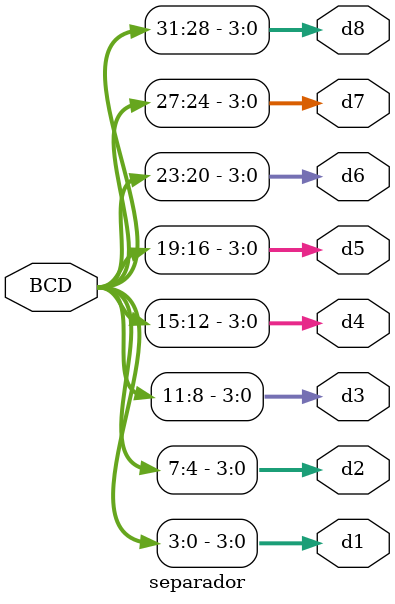
<source format=v>
`timescale 1ns / 1ps


module separador#(parameter N = 32)(
    input [N-1:0] BCD,
    output [3:0] d1,d2,d3,d4,d5,d6,d7,d8
    );

   assign d1 = BCD[3:0], d2 = BCD[7:4], d3 = BCD[11:8], d4 = BCD[15:12], d5 = BCD[19:16], d6 = BCD[23:20], d7 = BCD[27:24],
             d8 = BCD[31:28];
    
endmodule

</source>
